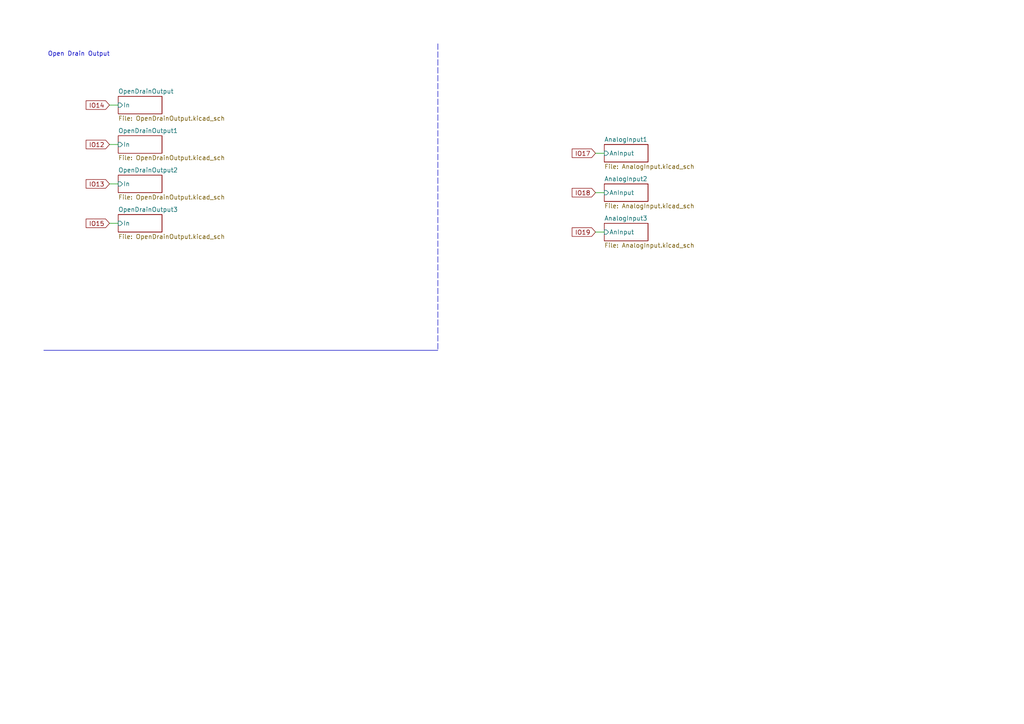
<source format=kicad_sch>
(kicad_sch
	(version 20250114)
	(generator "eeschema")
	(generator_version "9.0")
	(uuid "9a73ddec-0e33-478c-81be-c52862abf1ba")
	(paper "A4")
	(lib_symbols)
	(text "Open Drain Output"
		(exclude_from_sim no)
		(at 22.86 15.748 0)
		(effects
			(font
				(size 1.27 1.27)
			)
		)
		(uuid "752b7a99-33fd-44a7-8af8-2c2e1753edb2")
	)
	(text "U = 24V\nU1 = 24V - 3.3V = 20.7V\nU2 = 3.3V\n\nR2= 1000Ohm\n\nU1/U2 = R1/R2\n20.7V/3.3V = R1/1000Ohm\n20700/3.3 = 6272.72ohm\n\n6800Ohm\n\n(U-U2)/U2 = 6800/1000\n(U-U2)/U2 = 6.8\n24/U2 - 1 = 6.8\n24/U2 = 7.8\n24/7.8 = U2\nU2 = 3.077V"
		(exclude_from_sim no)
		(at 150.876 -20.828 0)
		(effects
			(font
				(size 1.27 1.27)
			)
		)
		(uuid "a9f095b4-b77b-4306-9609-ebdc87bf7469")
	)
	(wire
		(pts
			(xy 31.75 53.34) (xy 34.29 53.34)
		)
		(stroke
			(width 0)
			(type default)
		)
		(uuid "031d6b0e-caf3-42e9-939e-e0cabd16c0da")
	)
	(wire
		(pts
			(xy 31.75 41.91) (xy 34.29 41.91)
		)
		(stroke
			(width 0)
			(type default)
		)
		(uuid "176583a7-1fd8-4a08-afe5-0ff023b6309b")
	)
	(polyline
		(pts
			(xy 12.7 101.6) (xy 127 101.6)
		)
		(stroke
			(width 0)
			(type default)
		)
		(uuid "6348181e-d143-46f5-8a43-dd75e8fe2232")
	)
	(wire
		(pts
			(xy 172.72 67.31) (xy 175.26 67.31)
		)
		(stroke
			(width 0)
			(type default)
		)
		(uuid "75b02fcb-ee1d-4622-ad5f-d85a0f2ea2e9")
	)
	(wire
		(pts
			(xy 31.75 30.48) (xy 34.29 30.48)
		)
		(stroke
			(width 0)
			(type default)
		)
		(uuid "809fd902-d8fd-466c-969b-d3b835c1a367")
	)
	(wire
		(pts
			(xy 31.75 64.77) (xy 34.29 64.77)
		)
		(stroke
			(width 0)
			(type default)
		)
		(uuid "988f6d27-d269-4196-b5f9-aab2d8638e28")
	)
	(polyline
		(pts
			(xy 127 12.7) (xy 127 101.6)
		)
		(stroke
			(width 0)
			(type dash)
		)
		(uuid "a974251c-1423-4f75-bc94-c10211576ab7")
	)
	(wire
		(pts
			(xy 172.72 44.45) (xy 175.26 44.45)
		)
		(stroke
			(width 0)
			(type default)
		)
		(uuid "c25c2baf-96c3-4028-90d1-7e69343456b3")
	)
	(wire
		(pts
			(xy 172.72 55.88) (xy 175.26 55.88)
		)
		(stroke
			(width 0)
			(type default)
		)
		(uuid "c82a453e-80d4-4f26-8944-e2272e440fdd")
	)
	(global_label "IO14"
		(shape input)
		(at 31.75 30.48 180)
		(fields_autoplaced yes)
		(effects
			(font
				(size 1.27 1.27)
			)
			(justify right)
		)
		(uuid "1b286087-50d0-439c-b0e9-2d39410ad09d")
		(property "Intersheetrefs" "${INTERSHEET_REFS}"
			(at 24.4105 30.48 0)
			(effects
				(font
					(size 1.27 1.27)
				)
				(justify right)
				(hide yes)
			)
		)
	)
	(global_label "IO15"
		(shape input)
		(at 31.75 64.77 180)
		(fields_autoplaced yes)
		(effects
			(font
				(size 1.27 1.27)
			)
			(justify right)
		)
		(uuid "313c9981-5fee-49ab-80aa-b201ea2acb1c")
		(property "Intersheetrefs" "${INTERSHEET_REFS}"
			(at 24.4105 64.77 0)
			(effects
				(font
					(size 1.27 1.27)
				)
				(justify right)
				(hide yes)
			)
		)
	)
	(global_label "IO18"
		(shape input)
		(at 172.72 55.88 180)
		(fields_autoplaced yes)
		(effects
			(font
				(size 1.27 1.27)
			)
			(justify right)
		)
		(uuid "54e69833-ecb6-40cb-9e7a-4eb6851ba704")
		(property "Intersheetrefs" "${INTERSHEET_REFS}"
			(at 165.3805 55.88 0)
			(effects
				(font
					(size 1.27 1.27)
				)
				(justify right)
				(hide yes)
			)
		)
	)
	(global_label "IO12"
		(shape input)
		(at 31.75 41.91 180)
		(fields_autoplaced yes)
		(effects
			(font
				(size 1.27 1.27)
			)
			(justify right)
		)
		(uuid "953102e7-7253-452b-8d84-ec519b663c1f")
		(property "Intersheetrefs" "${INTERSHEET_REFS}"
			(at 24.4105 41.91 0)
			(effects
				(font
					(size 1.27 1.27)
				)
				(justify right)
				(hide yes)
			)
		)
	)
	(global_label "IO19"
		(shape input)
		(at 172.72 67.31 180)
		(fields_autoplaced yes)
		(effects
			(font
				(size 1.27 1.27)
			)
			(justify right)
		)
		(uuid "e1cfc368-aedf-4a09-acd5-bdd008fcea35")
		(property "Intersheetrefs" "${INTERSHEET_REFS}"
			(at 165.3805 67.31 0)
			(effects
				(font
					(size 1.27 1.27)
				)
				(justify right)
				(hide yes)
			)
		)
	)
	(global_label "IO13"
		(shape input)
		(at 31.75 53.34 180)
		(fields_autoplaced yes)
		(effects
			(font
				(size 1.27 1.27)
			)
			(justify right)
		)
		(uuid "e5df94d6-80c2-4376-b2cd-4cc295cd2681")
		(property "Intersheetrefs" "${INTERSHEET_REFS}"
			(at 24.4105 53.34 0)
			(effects
				(font
					(size 1.27 1.27)
				)
				(justify right)
				(hide yes)
			)
		)
	)
	(global_label "IO17"
		(shape input)
		(at 172.72 44.45 180)
		(fields_autoplaced yes)
		(effects
			(font
				(size 1.27 1.27)
			)
			(justify right)
		)
		(uuid "eb77c950-4811-4ce3-b31c-9cd5b5f0d17d")
		(property "Intersheetrefs" "${INTERSHEET_REFS}"
			(at 165.3805 44.45 0)
			(effects
				(font
					(size 1.27 1.27)
				)
				(justify right)
				(hide yes)
			)
		)
	)
	(sheet
		(at 34.29 50.8)
		(size 12.7 5.08)
		(exclude_from_sim no)
		(in_bom yes)
		(on_board yes)
		(dnp no)
		(fields_autoplaced yes)
		(stroke
			(width 0.1524)
			(type solid)
		)
		(fill
			(color 0 0 0 0.0000)
		)
		(uuid "3584f496-8671-43b4-953a-401e867d5718")
		(property "Sheetname" "OpenDrainOutput2"
			(at 34.29 50.0884 0)
			(effects
				(font
					(size 1.27 1.27)
				)
				(justify left bottom)
			)
		)
		(property "Sheetfile" "OpenDrainOutput.kicad_sch"
			(at 34.29 56.4646 0)
			(effects
				(font
					(size 1.27 1.27)
				)
				(justify left top)
			)
		)
		(pin "In" input
			(at 34.29 53.34 180)
			(uuid "308e15d7-778d-4e3b-9fc4-d77ed7be8077")
			(effects
				(font
					(size 1.27 1.27)
				)
				(justify left)
			)
		)
		(instances
			(project "ESP32_RemoteWetherstation"
				(path "/bb194ab9-ddae-46dd-ae5d-1e0c862ad374/4641ced3-b603-4979-9d30-21d259fc76b1"
					(page "6")
				)
			)
		)
	)
	(sheet
		(at 175.26 64.77)
		(size 12.7 5.08)
		(exclude_from_sim no)
		(in_bom yes)
		(on_board yes)
		(dnp no)
		(fields_autoplaced yes)
		(stroke
			(width 0.1524)
			(type solid)
		)
		(fill
			(color 0 0 0 0.0000)
		)
		(uuid "3eb76912-0d20-413c-ac24-599f40296773")
		(property "Sheetname" "AnalogInput3"
			(at 175.26 64.0584 0)
			(effects
				(font
					(size 1.27 1.27)
				)
				(justify left bottom)
			)
		)
		(property "Sheetfile" "AnalogInput.kicad_sch"
			(at 175.26 70.4346 0)
			(effects
				(font
					(size 1.27 1.27)
				)
				(justify left top)
			)
		)
		(pin "AnInput" input
			(at 175.26 67.31 180)
			(uuid "30f9ab33-785b-470f-b82b-8d0088b85dd6")
			(effects
				(font
					(size 1.27 1.27)
				)
				(justify left)
			)
		)
		(instances
			(project "ESP32_RemoteWetherstation"
				(path "/bb194ab9-ddae-46dd-ae5d-1e0c862ad374/4641ced3-b603-4979-9d30-21d259fc76b1"
					(page "11")
				)
			)
		)
	)
	(sheet
		(at 34.29 39.37)
		(size 12.7 5.08)
		(exclude_from_sim no)
		(in_bom yes)
		(on_board yes)
		(dnp no)
		(fields_autoplaced yes)
		(stroke
			(width 0.1524)
			(type solid)
		)
		(fill
			(color 0 0 0 0.0000)
		)
		(uuid "7f473ff6-7259-46ae-b78a-6f0d15300368")
		(property "Sheetname" "OpenDrainOutput1"
			(at 34.29 38.6584 0)
			(effects
				(font
					(size 1.27 1.27)
				)
				(justify left bottom)
			)
		)
		(property "Sheetfile" "OpenDrainOutput.kicad_sch"
			(at 34.29 45.0346 0)
			(effects
				(font
					(size 1.27 1.27)
				)
				(justify left top)
			)
		)
		(pin "In" input
			(at 34.29 41.91 180)
			(uuid "565f433b-ce1d-46f9-83c7-8ed096d7751e")
			(effects
				(font
					(size 1.27 1.27)
				)
				(justify left)
			)
		)
		(instances
			(project "ESP32_RemoteWetherstation"
				(path "/bb194ab9-ddae-46dd-ae5d-1e0c862ad374/4641ced3-b603-4979-9d30-21d259fc76b1"
					(page "3")
				)
			)
		)
	)
	(sheet
		(at 175.26 41.91)
		(size 12.7 5.08)
		(exclude_from_sim no)
		(in_bom yes)
		(on_board yes)
		(dnp no)
		(fields_autoplaced yes)
		(stroke
			(width 0.1524)
			(type solid)
		)
		(fill
			(color 0 0 0 0.0000)
		)
		(uuid "7fb67666-46bf-47f1-beb2-aba01da107d8")
		(property "Sheetname" "AnalogInput1"
			(at 175.26 41.1984 0)
			(effects
				(font
					(size 1.27 1.27)
				)
				(justify left bottom)
			)
		)
		(property "Sheetfile" "AnalogInput.kicad_sch"
			(at 175.26 47.5746 0)
			(effects
				(font
					(size 1.27 1.27)
				)
				(justify left top)
			)
		)
		(pin "AnInput" input
			(at 175.26 44.45 180)
			(uuid "69917d02-b2a6-45df-bd65-4345f46b7c91")
			(effects
				(font
					(size 1.27 1.27)
				)
				(justify left)
			)
		)
		(instances
			(project "ESP32_RemoteWetherstation"
				(path "/bb194ab9-ddae-46dd-ae5d-1e0c862ad374/4641ced3-b603-4979-9d30-21d259fc76b1"
					(page "8")
				)
			)
		)
	)
	(sheet
		(at 34.29 27.94)
		(size 12.7 5.08)
		(exclude_from_sim no)
		(in_bom yes)
		(on_board yes)
		(dnp no)
		(fields_autoplaced yes)
		(stroke
			(width 0.1524)
			(type solid)
		)
		(fill
			(color 0 0 0 0.0000)
		)
		(uuid "904baef5-0041-477d-b2ca-10c79a820b6f")
		(property "Sheetname" "OpenDrainOutput"
			(at 34.29 27.2284 0)
			(effects
				(font
					(size 1.27 1.27)
				)
				(justify left bottom)
			)
		)
		(property "Sheetfile" "OpenDrainOutput.kicad_sch"
			(at 34.29 33.6046 0)
			(effects
				(font
					(size 1.27 1.27)
				)
				(justify left top)
			)
		)
		(pin "In" input
			(at 34.29 30.48 180)
			(uuid "7a0ec169-7c0c-494c-8492-2fa0d3ac1b14")
			(effects
				(font
					(size 1.27 1.27)
				)
				(justify left)
			)
		)
		(instances
			(project "ESP32_RemoteWetherstation"
				(path "/bb194ab9-ddae-46dd-ae5d-1e0c862ad374/4641ced3-b603-4979-9d30-21d259fc76b1"
					(page "5")
				)
			)
		)
	)
	(sheet
		(at 34.29 62.23)
		(size 12.7 5.08)
		(exclude_from_sim no)
		(in_bom yes)
		(on_board yes)
		(dnp no)
		(fields_autoplaced yes)
		(stroke
			(width 0.1524)
			(type solid)
		)
		(fill
			(color 0 0 0 0.0000)
		)
		(uuid "9fd4f629-df8b-4651-8b73-30a3f3c4e554")
		(property "Sheetname" "OpenDrainOutput3"
			(at 34.29 61.5184 0)
			(effects
				(font
					(size 1.27 1.27)
				)
				(justify left bottom)
			)
		)
		(property "Sheetfile" "OpenDrainOutput.kicad_sch"
			(at 34.29 67.8946 0)
			(effects
				(font
					(size 1.27 1.27)
				)
				(justify left top)
			)
		)
		(pin "In" input
			(at 34.29 64.77 180)
			(uuid "fc40d92f-2003-45b2-904c-4e94eba23c6e")
			(effects
				(font
					(size 1.27 1.27)
				)
				(justify left)
			)
		)
		(instances
			(project "ESP32_RemoteWetherstation"
				(path "/bb194ab9-ddae-46dd-ae5d-1e0c862ad374/4641ced3-b603-4979-9d30-21d259fc76b1"
					(page "7")
				)
			)
		)
	)
	(sheet
		(at 175.26 53.34)
		(size 12.7 5.08)
		(exclude_from_sim no)
		(in_bom yes)
		(on_board yes)
		(dnp no)
		(fields_autoplaced yes)
		(stroke
			(width 0.1524)
			(type solid)
		)
		(fill
			(color 0 0 0 0.0000)
		)
		(uuid "ea3d660a-c366-4748-bdab-e9ec5b2d09d8")
		(property "Sheetname" "AnalogInput2"
			(at 175.26 52.6284 0)
			(effects
				(font
					(size 1.27 1.27)
				)
				(justify left bottom)
			)
		)
		(property "Sheetfile" "AnalogInput.kicad_sch"
			(at 175.26 59.0046 0)
			(effects
				(font
					(size 1.27 1.27)
				)
				(justify left top)
			)
		)
		(pin "AnInput" input
			(at 175.26 55.88 180)
			(uuid "6b5279a7-4e7b-4dff-8096-97769c5f7f77")
			(effects
				(font
					(size 1.27 1.27)
				)
				(justify left)
			)
		)
		(instances
			(project "ESP32_RemoteWetherstation"
				(path "/bb194ab9-ddae-46dd-ae5d-1e0c862ad374/4641ced3-b603-4979-9d30-21d259fc76b1"
					(page "10")
				)
			)
		)
	)
)

</source>
